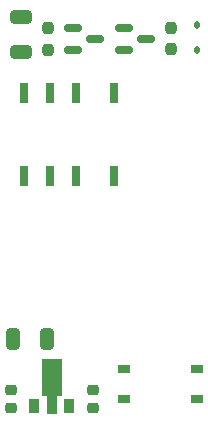
<source format=gbr>
%TF.GenerationSoftware,KiCad,Pcbnew,7.0.7*%
%TF.CreationDate,2023-09-06T14:49:37+02:00*%
%TF.ProjectId,keerlusRelais,6b656572-6c75-4735-9265-6c6169732e6b,rev?*%
%TF.SameCoordinates,Original*%
%TF.FileFunction,Paste,Top*%
%TF.FilePolarity,Positive*%
%FSLAX46Y46*%
G04 Gerber Fmt 4.6, Leading zero omitted, Abs format (unit mm)*
G04 Created by KiCad (PCBNEW 7.0.7) date 2023-09-06 14:49:37*
%MOMM*%
%LPD*%
G01*
G04 APERTURE LIST*
G04 Aperture macros list*
%AMRoundRect*
0 Rectangle with rounded corners*
0 $1 Rounding radius*
0 $2 $3 $4 $5 $6 $7 $8 $9 X,Y pos of 4 corners*
0 Add a 4 corners polygon primitive as box body*
4,1,4,$2,$3,$4,$5,$6,$7,$8,$9,$2,$3,0*
0 Add four circle primitives for the rounded corners*
1,1,$1+$1,$2,$3*
1,1,$1+$1,$4,$5*
1,1,$1+$1,$6,$7*
1,1,$1+$1,$8,$9*
0 Add four rect primitives between the rounded corners*
20,1,$1+$1,$2,$3,$4,$5,0*
20,1,$1+$1,$4,$5,$6,$7,0*
20,1,$1+$1,$6,$7,$8,$9,0*
20,1,$1+$1,$8,$9,$2,$3,0*%
%AMFreePoly0*
4,1,9,3.862500,-0.866500,0.737500,-0.866500,0.737500,-0.450000,-0.737500,-0.450000,-0.737500,0.450000,0.737500,0.450000,0.737500,0.866500,3.862500,0.866500,3.862500,-0.866500,3.862500,-0.866500,$1*%
G04 Aperture macros list end*
%ADD10RoundRect,0.237500X-0.237500X0.250000X-0.237500X-0.250000X0.237500X-0.250000X0.237500X0.250000X0*%
%ADD11RoundRect,0.225000X-0.250000X0.225000X-0.250000X-0.225000X0.250000X-0.225000X0.250000X0.225000X0*%
%ADD12R,0.800000X1.800000*%
%ADD13RoundRect,0.237500X0.237500X-0.250000X0.237500X0.250000X-0.237500X0.250000X-0.237500X-0.250000X0*%
%ADD14RoundRect,0.150000X-0.587500X-0.150000X0.587500X-0.150000X0.587500X0.150000X-0.587500X0.150000X0*%
%ADD15RoundRect,0.250000X0.650000X-0.325000X0.650000X0.325000X-0.650000X0.325000X-0.650000X-0.325000X0*%
%ADD16R,1.000000X0.800000*%
%ADD17R,0.900000X1.300000*%
%ADD18FreePoly0,90.000000*%
%ADD19RoundRect,0.112500X0.112500X-0.187500X0.112500X0.187500X-0.112500X0.187500X-0.112500X-0.187500X0*%
%ADD20RoundRect,0.250000X-0.325000X-0.650000X0.325000X-0.650000X0.325000X0.650000X-0.325000X0.650000X0*%
G04 APERTURE END LIST*
D10*
%TO.C,R2*%
X173482000Y-58015500D03*
X173482000Y-59840500D03*
%TD*%
D11*
%TO.C,C3*%
X170307000Y-88620000D03*
X170307000Y-90170000D03*
%TD*%
D12*
%TO.C,K1*%
X179070000Y-63500000D03*
X175870000Y-63500000D03*
X173670000Y-63500000D03*
X171470000Y-63500000D03*
X171470000Y-70500000D03*
X173670000Y-70500000D03*
X175870000Y-70500000D03*
X179070000Y-70500000D03*
%TD*%
D13*
%TO.C,R1*%
X183896000Y-59817000D03*
X183896000Y-57992000D03*
%TD*%
D14*
%TO.C,Q2*%
X175592500Y-57978000D03*
X175592500Y-59878000D03*
X177467500Y-58928000D03*
%TD*%
D15*
%TO.C,C4*%
X171196000Y-60022000D03*
X171196000Y-57072000D03*
%TD*%
D11*
%TO.C,C1*%
X177292000Y-88633000D03*
X177292000Y-90183000D03*
%TD*%
D16*
%TO.C,D1*%
X179932000Y-86868000D03*
X179932000Y-89408000D03*
X186082000Y-89408000D03*
X186082000Y-86868000D03*
%TD*%
D17*
%TO.C,U1*%
X172294000Y-89976500D03*
D18*
X173794000Y-89889000D03*
D17*
X175294000Y-89976500D03*
%TD*%
D19*
%TO.C,D2*%
X186055000Y-59851000D03*
X186055000Y-57751000D03*
%TD*%
D20*
%TO.C,C2*%
X170483000Y-84328000D03*
X173433000Y-84328000D03*
%TD*%
D14*
%TO.C,Q1*%
X179910500Y-57978000D03*
X179910500Y-59878000D03*
X181785500Y-58928000D03*
%TD*%
M02*

</source>
